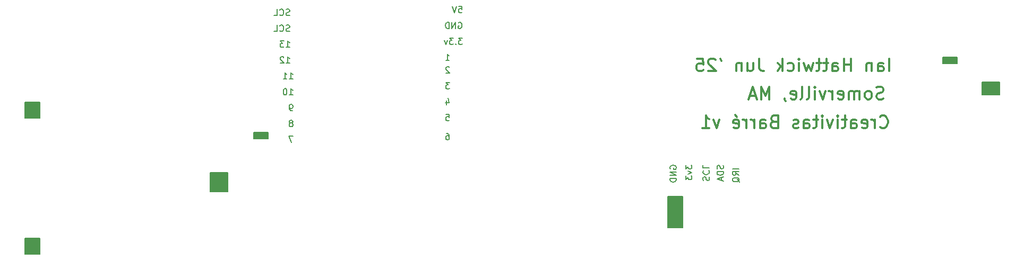
<source format=gbo>
G04 #@! TF.GenerationSoftware,KiCad,Pcbnew,8.0.7*
G04 #@! TF.CreationDate,2025-06-18T10:27:30-04:00*
G04 #@! TF.ProjectId,ESP32_MIDI2CV,45535033-325f-44d4-9944-493243562e6b,rev?*
G04 #@! TF.SameCoordinates,Original*
G04 #@! TF.FileFunction,Legend,Bot*
G04 #@! TF.FilePolarity,Positive*
%FSLAX46Y46*%
G04 Gerber Fmt 4.6, Leading zero omitted, Abs format (unit mm)*
G04 Created by KiCad (PCBNEW 8.0.7) date 2025-06-18 10:27:30*
%MOMM*%
%LPD*%
G01*
G04 APERTURE LIST*
%ADD10C,0.200000*%
%ADD11C,0.150000*%
%ADD12C,0.300000*%
%ADD13R,1.830000X1.930000*%
%ADD14C,2.130000*%
%ADD15R,1.800000X1.800000*%
%ADD16C,1.800000*%
%ADD17R,1.600000X1.600000*%
%ADD18O,1.600000X1.600000*%
%ADD19C,1.600000*%
G04 APERTURE END LIST*
D10*
X60500000Y-110460000D02*
X62897000Y-110460000D01*
X62897000Y-113000000D01*
X60500000Y-113000000D01*
X60500000Y-110460000D01*
G36*
X60500000Y-110460000D02*
G01*
X62897000Y-110460000D01*
X62897000Y-113000000D01*
X60500000Y-113000000D01*
X60500000Y-110460000D01*
G37*
X213103000Y-85460000D02*
X215897000Y-85460000D01*
X215897000Y-87500000D01*
X213103000Y-87500000D01*
X213103000Y-85460000D01*
G36*
X213103000Y-85460000D02*
G01*
X215897000Y-85460000D01*
X215897000Y-87500000D01*
X213103000Y-87500000D01*
X213103000Y-85460000D01*
G37*
X90000000Y-99980000D02*
X92794000Y-99980000D01*
X92794000Y-103020000D01*
X90000000Y-103020000D01*
X90000000Y-99980000D01*
G36*
X90000000Y-99980000D02*
G01*
X92794000Y-99980000D01*
X92794000Y-103020000D01*
X90000000Y-103020000D01*
X90000000Y-99980000D01*
G37*
X97000000Y-93480000D02*
X99294000Y-93480000D01*
X99294000Y-94520000D01*
X97000000Y-94520000D01*
X97000000Y-93480000D01*
G36*
X97000000Y-93480000D02*
G01*
X99294000Y-93480000D01*
X99294000Y-94520000D01*
X97000000Y-94520000D01*
X97000000Y-93480000D01*
G37*
X163000000Y-103730000D02*
X165397000Y-103730000D01*
X165397000Y-108770000D01*
X163000000Y-108770000D01*
X163000000Y-103730000D01*
G36*
X163000000Y-103730000D02*
G01*
X165397000Y-103730000D01*
X165397000Y-108770000D01*
X163000000Y-108770000D01*
X163000000Y-103730000D01*
G37*
X206853000Y-81500000D02*
X209147000Y-81500000D01*
X209147000Y-82540000D01*
X206853000Y-82540000D01*
X206853000Y-81500000D01*
G36*
X206853000Y-81500000D02*
G01*
X209147000Y-81500000D01*
X209147000Y-82540000D01*
X206853000Y-82540000D01*
X206853000Y-81500000D01*
G37*
X60500000Y-88730000D02*
X62897000Y-88730000D01*
X62897000Y-91270000D01*
X60500000Y-91270000D01*
X60500000Y-88730000D01*
G36*
X60500000Y-88730000D02*
G01*
X62897000Y-88730000D01*
X62897000Y-91270000D01*
X60500000Y-91270000D01*
X60500000Y-88730000D01*
G37*
D11*
X165869819Y-98741541D02*
X165869819Y-99360588D01*
X165869819Y-99360588D02*
X166250771Y-99027255D01*
X166250771Y-99027255D02*
X166250771Y-99170112D01*
X166250771Y-99170112D02*
X166298390Y-99265350D01*
X166298390Y-99265350D02*
X166346009Y-99312969D01*
X166346009Y-99312969D02*
X166441247Y-99360588D01*
X166441247Y-99360588D02*
X166679342Y-99360588D01*
X166679342Y-99360588D02*
X166774580Y-99312969D01*
X166774580Y-99312969D02*
X166822200Y-99265350D01*
X166822200Y-99265350D02*
X166869819Y-99170112D01*
X166869819Y-99170112D02*
X166869819Y-98884398D01*
X166869819Y-98884398D02*
X166822200Y-98789160D01*
X166822200Y-98789160D02*
X166774580Y-98741541D01*
X166203152Y-99693922D02*
X166869819Y-99932017D01*
X166869819Y-99932017D02*
X166203152Y-100170112D01*
X165869819Y-100455827D02*
X165869819Y-101074874D01*
X165869819Y-101074874D02*
X166250771Y-100741541D01*
X166250771Y-100741541D02*
X166250771Y-100884398D01*
X166250771Y-100884398D02*
X166298390Y-100979636D01*
X166298390Y-100979636D02*
X166346009Y-101027255D01*
X166346009Y-101027255D02*
X166441247Y-101074874D01*
X166441247Y-101074874D02*
X166679342Y-101074874D01*
X166679342Y-101074874D02*
X166774580Y-101027255D01*
X166774580Y-101027255D02*
X166822200Y-100979636D01*
X166822200Y-100979636D02*
X166869819Y-100884398D01*
X166869819Y-100884398D02*
X166869819Y-100598684D01*
X166869819Y-100598684D02*
X166822200Y-100503446D01*
X166822200Y-100503446D02*
X166774580Y-100455827D01*
X128178839Y-83117057D02*
X128131220Y-83069438D01*
X128131220Y-83069438D02*
X128035982Y-83021819D01*
X128035982Y-83021819D02*
X127797887Y-83021819D01*
X127797887Y-83021819D02*
X127702649Y-83069438D01*
X127702649Y-83069438D02*
X127655030Y-83117057D01*
X127655030Y-83117057D02*
X127607411Y-83212295D01*
X127607411Y-83212295D02*
X127607411Y-83307533D01*
X127607411Y-83307533D02*
X127655030Y-83450390D01*
X127655030Y-83450390D02*
X128226458Y-84021819D01*
X128226458Y-84021819D02*
X127607411Y-84021819D01*
D12*
X198326441Y-83739638D02*
X198326441Y-81739638D01*
X196516917Y-83739638D02*
X196516917Y-82692019D01*
X196516917Y-82692019D02*
X196612155Y-82501542D01*
X196612155Y-82501542D02*
X196802631Y-82406304D01*
X196802631Y-82406304D02*
X197183584Y-82406304D01*
X197183584Y-82406304D02*
X197374060Y-82501542D01*
X196516917Y-83644400D02*
X196707393Y-83739638D01*
X196707393Y-83739638D02*
X197183584Y-83739638D01*
X197183584Y-83739638D02*
X197374060Y-83644400D01*
X197374060Y-83644400D02*
X197469298Y-83453923D01*
X197469298Y-83453923D02*
X197469298Y-83263447D01*
X197469298Y-83263447D02*
X197374060Y-83072971D01*
X197374060Y-83072971D02*
X197183584Y-82977733D01*
X197183584Y-82977733D02*
X196707393Y-82977733D01*
X196707393Y-82977733D02*
X196516917Y-82882495D01*
X195564536Y-82406304D02*
X195564536Y-83739638D01*
X195564536Y-82596780D02*
X195469298Y-82501542D01*
X195469298Y-82501542D02*
X195278822Y-82406304D01*
X195278822Y-82406304D02*
X194993107Y-82406304D01*
X194993107Y-82406304D02*
X194802631Y-82501542D01*
X194802631Y-82501542D02*
X194707393Y-82692019D01*
X194707393Y-82692019D02*
X194707393Y-83739638D01*
X192231202Y-83739638D02*
X192231202Y-81739638D01*
X192231202Y-82692019D02*
X191088345Y-82692019D01*
X191088345Y-83739638D02*
X191088345Y-81739638D01*
X189278821Y-83739638D02*
X189278821Y-82692019D01*
X189278821Y-82692019D02*
X189374059Y-82501542D01*
X189374059Y-82501542D02*
X189564535Y-82406304D01*
X189564535Y-82406304D02*
X189945488Y-82406304D01*
X189945488Y-82406304D02*
X190135964Y-82501542D01*
X189278821Y-83644400D02*
X189469297Y-83739638D01*
X189469297Y-83739638D02*
X189945488Y-83739638D01*
X189945488Y-83739638D02*
X190135964Y-83644400D01*
X190135964Y-83644400D02*
X190231202Y-83453923D01*
X190231202Y-83453923D02*
X190231202Y-83263447D01*
X190231202Y-83263447D02*
X190135964Y-83072971D01*
X190135964Y-83072971D02*
X189945488Y-82977733D01*
X189945488Y-82977733D02*
X189469297Y-82977733D01*
X189469297Y-82977733D02*
X189278821Y-82882495D01*
X188612154Y-82406304D02*
X187850250Y-82406304D01*
X188326440Y-81739638D02*
X188326440Y-83453923D01*
X188326440Y-83453923D02*
X188231202Y-83644400D01*
X188231202Y-83644400D02*
X188040726Y-83739638D01*
X188040726Y-83739638D02*
X187850250Y-83739638D01*
X187469297Y-82406304D02*
X186707393Y-82406304D01*
X187183583Y-81739638D02*
X187183583Y-83453923D01*
X187183583Y-83453923D02*
X187088345Y-83644400D01*
X187088345Y-83644400D02*
X186897869Y-83739638D01*
X186897869Y-83739638D02*
X186707393Y-83739638D01*
X186231202Y-82406304D02*
X185850250Y-83739638D01*
X185850250Y-83739638D02*
X185469297Y-82787257D01*
X185469297Y-82787257D02*
X185088345Y-83739638D01*
X185088345Y-83739638D02*
X184707393Y-82406304D01*
X183945488Y-83739638D02*
X183945488Y-82406304D01*
X183945488Y-81739638D02*
X184040726Y-81834876D01*
X184040726Y-81834876D02*
X183945488Y-81930114D01*
X183945488Y-81930114D02*
X183850250Y-81834876D01*
X183850250Y-81834876D02*
X183945488Y-81739638D01*
X183945488Y-81739638D02*
X183945488Y-81930114D01*
X182135964Y-83644400D02*
X182326440Y-83739638D01*
X182326440Y-83739638D02*
X182707393Y-83739638D01*
X182707393Y-83739638D02*
X182897869Y-83644400D01*
X182897869Y-83644400D02*
X182993107Y-83549161D01*
X182993107Y-83549161D02*
X183088345Y-83358685D01*
X183088345Y-83358685D02*
X183088345Y-82787257D01*
X183088345Y-82787257D02*
X182993107Y-82596780D01*
X182993107Y-82596780D02*
X182897869Y-82501542D01*
X182897869Y-82501542D02*
X182707393Y-82406304D01*
X182707393Y-82406304D02*
X182326440Y-82406304D01*
X182326440Y-82406304D02*
X182135964Y-82501542D01*
X181278821Y-83739638D02*
X181278821Y-81739638D01*
X181088345Y-82977733D02*
X180516916Y-83739638D01*
X180516916Y-82406304D02*
X181278821Y-83168209D01*
X177564534Y-81739638D02*
X177564534Y-83168209D01*
X177564534Y-83168209D02*
X177659773Y-83453923D01*
X177659773Y-83453923D02*
X177850249Y-83644400D01*
X177850249Y-83644400D02*
X178135963Y-83739638D01*
X178135963Y-83739638D02*
X178326439Y-83739638D01*
X175755010Y-82406304D02*
X175755010Y-83739638D01*
X176612153Y-82406304D02*
X176612153Y-83453923D01*
X176612153Y-83453923D02*
X176516915Y-83644400D01*
X176516915Y-83644400D02*
X176326439Y-83739638D01*
X176326439Y-83739638D02*
X176040724Y-83739638D01*
X176040724Y-83739638D02*
X175850248Y-83644400D01*
X175850248Y-83644400D02*
X175755010Y-83549161D01*
X174802629Y-82406304D02*
X174802629Y-83739638D01*
X174802629Y-82596780D02*
X174707391Y-82501542D01*
X174707391Y-82501542D02*
X174516915Y-82406304D01*
X174516915Y-82406304D02*
X174231200Y-82406304D01*
X174231200Y-82406304D02*
X174040724Y-82501542D01*
X174040724Y-82501542D02*
X173945486Y-82692019D01*
X173945486Y-82692019D02*
X173945486Y-83739638D01*
X171374057Y-81739638D02*
X171564533Y-82120590D01*
X170612152Y-81930114D02*
X170516914Y-81834876D01*
X170516914Y-81834876D02*
X170326438Y-81739638D01*
X170326438Y-81739638D02*
X169850247Y-81739638D01*
X169850247Y-81739638D02*
X169659771Y-81834876D01*
X169659771Y-81834876D02*
X169564533Y-81930114D01*
X169564533Y-81930114D02*
X169469295Y-82120590D01*
X169469295Y-82120590D02*
X169469295Y-82311066D01*
X169469295Y-82311066D02*
X169564533Y-82596780D01*
X169564533Y-82596780D02*
X170707390Y-83739638D01*
X170707390Y-83739638D02*
X169469295Y-83739638D01*
X167659771Y-81739638D02*
X168612152Y-81739638D01*
X168612152Y-81739638D02*
X168707390Y-82692019D01*
X168707390Y-82692019D02*
X168612152Y-82596780D01*
X168612152Y-82596780D02*
X168421676Y-82501542D01*
X168421676Y-82501542D02*
X167945485Y-82501542D01*
X167945485Y-82501542D02*
X167755009Y-82596780D01*
X167755009Y-82596780D02*
X167659771Y-82692019D01*
X167659771Y-82692019D02*
X167564533Y-82882495D01*
X167564533Y-82882495D02*
X167564533Y-83358685D01*
X167564533Y-83358685D02*
X167659771Y-83549161D01*
X167659771Y-83549161D02*
X167755009Y-83644400D01*
X167755009Y-83644400D02*
X167945485Y-83739638D01*
X167945485Y-83739638D02*
X168421676Y-83739638D01*
X168421676Y-83739638D02*
X168612152Y-83644400D01*
X168612152Y-83644400D02*
X168707390Y-83549161D01*
D11*
X102710839Y-77322200D02*
X102567982Y-77369819D01*
X102567982Y-77369819D02*
X102329887Y-77369819D01*
X102329887Y-77369819D02*
X102234649Y-77322200D01*
X102234649Y-77322200D02*
X102187030Y-77274580D01*
X102187030Y-77274580D02*
X102139411Y-77179342D01*
X102139411Y-77179342D02*
X102139411Y-77084104D01*
X102139411Y-77084104D02*
X102187030Y-76988866D01*
X102187030Y-76988866D02*
X102234649Y-76941247D01*
X102234649Y-76941247D02*
X102329887Y-76893628D01*
X102329887Y-76893628D02*
X102520363Y-76846009D01*
X102520363Y-76846009D02*
X102615601Y-76798390D01*
X102615601Y-76798390D02*
X102663220Y-76750771D01*
X102663220Y-76750771D02*
X102710839Y-76655533D01*
X102710839Y-76655533D02*
X102710839Y-76560295D01*
X102710839Y-76560295D02*
X102663220Y-76465057D01*
X102663220Y-76465057D02*
X102615601Y-76417438D01*
X102615601Y-76417438D02*
X102520363Y-76369819D01*
X102520363Y-76369819D02*
X102282268Y-76369819D01*
X102282268Y-76369819D02*
X102139411Y-76417438D01*
X101139411Y-77274580D02*
X101187030Y-77322200D01*
X101187030Y-77322200D02*
X101329887Y-77369819D01*
X101329887Y-77369819D02*
X101425125Y-77369819D01*
X101425125Y-77369819D02*
X101567982Y-77322200D01*
X101567982Y-77322200D02*
X101663220Y-77226961D01*
X101663220Y-77226961D02*
X101710839Y-77131723D01*
X101710839Y-77131723D02*
X101758458Y-76941247D01*
X101758458Y-76941247D02*
X101758458Y-76798390D01*
X101758458Y-76798390D02*
X101710839Y-76607914D01*
X101710839Y-76607914D02*
X101663220Y-76512676D01*
X101663220Y-76512676D02*
X101567982Y-76417438D01*
X101567982Y-76417438D02*
X101425125Y-76369819D01*
X101425125Y-76369819D02*
X101329887Y-76369819D01*
X101329887Y-76369819D02*
X101187030Y-76417438D01*
X101187030Y-76417438D02*
X101139411Y-76465057D01*
X100234649Y-77369819D02*
X100710839Y-77369819D01*
X100710839Y-77369819D02*
X100710839Y-76369819D01*
X127702649Y-88435152D02*
X127702649Y-89101819D01*
X127940744Y-88054200D02*
X128178839Y-88768485D01*
X128178839Y-88768485D02*
X127559792Y-88768485D01*
D12*
X197421679Y-88144400D02*
X197135965Y-88239638D01*
X197135965Y-88239638D02*
X196659774Y-88239638D01*
X196659774Y-88239638D02*
X196469298Y-88144400D01*
X196469298Y-88144400D02*
X196374060Y-88049161D01*
X196374060Y-88049161D02*
X196278822Y-87858685D01*
X196278822Y-87858685D02*
X196278822Y-87668209D01*
X196278822Y-87668209D02*
X196374060Y-87477733D01*
X196374060Y-87477733D02*
X196469298Y-87382495D01*
X196469298Y-87382495D02*
X196659774Y-87287257D01*
X196659774Y-87287257D02*
X197040727Y-87192019D01*
X197040727Y-87192019D02*
X197231203Y-87096780D01*
X197231203Y-87096780D02*
X197326441Y-87001542D01*
X197326441Y-87001542D02*
X197421679Y-86811066D01*
X197421679Y-86811066D02*
X197421679Y-86620590D01*
X197421679Y-86620590D02*
X197326441Y-86430114D01*
X197326441Y-86430114D02*
X197231203Y-86334876D01*
X197231203Y-86334876D02*
X197040727Y-86239638D01*
X197040727Y-86239638D02*
X196564536Y-86239638D01*
X196564536Y-86239638D02*
X196278822Y-86334876D01*
X195135965Y-88239638D02*
X195326441Y-88144400D01*
X195326441Y-88144400D02*
X195421679Y-88049161D01*
X195421679Y-88049161D02*
X195516917Y-87858685D01*
X195516917Y-87858685D02*
X195516917Y-87287257D01*
X195516917Y-87287257D02*
X195421679Y-87096780D01*
X195421679Y-87096780D02*
X195326441Y-87001542D01*
X195326441Y-87001542D02*
X195135965Y-86906304D01*
X195135965Y-86906304D02*
X194850250Y-86906304D01*
X194850250Y-86906304D02*
X194659774Y-87001542D01*
X194659774Y-87001542D02*
X194564536Y-87096780D01*
X194564536Y-87096780D02*
X194469298Y-87287257D01*
X194469298Y-87287257D02*
X194469298Y-87858685D01*
X194469298Y-87858685D02*
X194564536Y-88049161D01*
X194564536Y-88049161D02*
X194659774Y-88144400D01*
X194659774Y-88144400D02*
X194850250Y-88239638D01*
X194850250Y-88239638D02*
X195135965Y-88239638D01*
X193612155Y-88239638D02*
X193612155Y-86906304D01*
X193612155Y-87096780D02*
X193516917Y-87001542D01*
X193516917Y-87001542D02*
X193326441Y-86906304D01*
X193326441Y-86906304D02*
X193040726Y-86906304D01*
X193040726Y-86906304D02*
X192850250Y-87001542D01*
X192850250Y-87001542D02*
X192755012Y-87192019D01*
X192755012Y-87192019D02*
X192755012Y-88239638D01*
X192755012Y-87192019D02*
X192659774Y-87001542D01*
X192659774Y-87001542D02*
X192469298Y-86906304D01*
X192469298Y-86906304D02*
X192183584Y-86906304D01*
X192183584Y-86906304D02*
X191993107Y-87001542D01*
X191993107Y-87001542D02*
X191897869Y-87192019D01*
X191897869Y-87192019D02*
X191897869Y-88239638D01*
X190183583Y-88144400D02*
X190374059Y-88239638D01*
X190374059Y-88239638D02*
X190755012Y-88239638D01*
X190755012Y-88239638D02*
X190945488Y-88144400D01*
X190945488Y-88144400D02*
X191040726Y-87953923D01*
X191040726Y-87953923D02*
X191040726Y-87192019D01*
X191040726Y-87192019D02*
X190945488Y-87001542D01*
X190945488Y-87001542D02*
X190755012Y-86906304D01*
X190755012Y-86906304D02*
X190374059Y-86906304D01*
X190374059Y-86906304D02*
X190183583Y-87001542D01*
X190183583Y-87001542D02*
X190088345Y-87192019D01*
X190088345Y-87192019D02*
X190088345Y-87382495D01*
X190088345Y-87382495D02*
X191040726Y-87572971D01*
X189231202Y-88239638D02*
X189231202Y-86906304D01*
X189231202Y-87287257D02*
X189135964Y-87096780D01*
X189135964Y-87096780D02*
X189040726Y-87001542D01*
X189040726Y-87001542D02*
X188850250Y-86906304D01*
X188850250Y-86906304D02*
X188659773Y-86906304D01*
X188183583Y-86906304D02*
X187707393Y-88239638D01*
X187707393Y-88239638D02*
X187231202Y-86906304D01*
X186469297Y-88239638D02*
X186469297Y-86906304D01*
X186469297Y-86239638D02*
X186564535Y-86334876D01*
X186564535Y-86334876D02*
X186469297Y-86430114D01*
X186469297Y-86430114D02*
X186374059Y-86334876D01*
X186374059Y-86334876D02*
X186469297Y-86239638D01*
X186469297Y-86239638D02*
X186469297Y-86430114D01*
X185231202Y-88239638D02*
X185421678Y-88144400D01*
X185421678Y-88144400D02*
X185516916Y-87953923D01*
X185516916Y-87953923D02*
X185516916Y-86239638D01*
X184183583Y-88239638D02*
X184374059Y-88144400D01*
X184374059Y-88144400D02*
X184469297Y-87953923D01*
X184469297Y-87953923D02*
X184469297Y-86239638D01*
X182659773Y-88144400D02*
X182850249Y-88239638D01*
X182850249Y-88239638D02*
X183231202Y-88239638D01*
X183231202Y-88239638D02*
X183421678Y-88144400D01*
X183421678Y-88144400D02*
X183516916Y-87953923D01*
X183516916Y-87953923D02*
X183516916Y-87192019D01*
X183516916Y-87192019D02*
X183421678Y-87001542D01*
X183421678Y-87001542D02*
X183231202Y-86906304D01*
X183231202Y-86906304D02*
X182850249Y-86906304D01*
X182850249Y-86906304D02*
X182659773Y-87001542D01*
X182659773Y-87001542D02*
X182564535Y-87192019D01*
X182564535Y-87192019D02*
X182564535Y-87382495D01*
X182564535Y-87382495D02*
X183516916Y-87572971D01*
X181612154Y-88144400D02*
X181612154Y-88239638D01*
X181612154Y-88239638D02*
X181707392Y-88430114D01*
X181707392Y-88430114D02*
X181802630Y-88525352D01*
X179231201Y-88239638D02*
X179231201Y-86239638D01*
X179231201Y-86239638D02*
X178564534Y-87668209D01*
X178564534Y-87668209D02*
X177897868Y-86239638D01*
X177897868Y-86239638D02*
X177897868Y-88239638D01*
X177040725Y-87668209D02*
X176088344Y-87668209D01*
X177231201Y-88239638D02*
X176564535Y-86239638D01*
X176564535Y-86239638D02*
X175897868Y-88239638D01*
D11*
X174369819Y-99336779D02*
X173369819Y-99336779D01*
X174369819Y-100384397D02*
X173893628Y-100051064D01*
X174369819Y-99812969D02*
X173369819Y-99812969D01*
X173369819Y-99812969D02*
X173369819Y-100193921D01*
X173369819Y-100193921D02*
X173417438Y-100289159D01*
X173417438Y-100289159D02*
X173465057Y-100336778D01*
X173465057Y-100336778D02*
X173560295Y-100384397D01*
X173560295Y-100384397D02*
X173703152Y-100384397D01*
X173703152Y-100384397D02*
X173798390Y-100336778D01*
X173798390Y-100336778D02*
X173846009Y-100289159D01*
X173846009Y-100289159D02*
X173893628Y-100193921D01*
X173893628Y-100193921D02*
X173893628Y-99812969D01*
X174465057Y-101479635D02*
X174417438Y-101384397D01*
X174417438Y-101384397D02*
X174322200Y-101289159D01*
X174322200Y-101289159D02*
X174179342Y-101146302D01*
X174179342Y-101146302D02*
X174131723Y-101051064D01*
X174131723Y-101051064D02*
X174131723Y-100955826D01*
X174369819Y-101003445D02*
X174322200Y-100908207D01*
X174322200Y-100908207D02*
X174226961Y-100812969D01*
X174226961Y-100812969D02*
X174036485Y-100765350D01*
X174036485Y-100765350D02*
X173703152Y-100765350D01*
X173703152Y-100765350D02*
X173512676Y-100812969D01*
X173512676Y-100812969D02*
X173417438Y-100908207D01*
X173417438Y-100908207D02*
X173369819Y-101003445D01*
X173369819Y-101003445D02*
X173369819Y-101193921D01*
X173369819Y-101193921D02*
X173417438Y-101289159D01*
X173417438Y-101289159D02*
X173512676Y-101384397D01*
X173512676Y-101384397D02*
X173703152Y-101432016D01*
X173703152Y-101432016D02*
X174036485Y-101432016D01*
X174036485Y-101432016D02*
X174226961Y-101384397D01*
X174226961Y-101384397D02*
X174322200Y-101289159D01*
X174322200Y-101289159D02*
X174369819Y-101193921D01*
X174369819Y-101193921D02*
X174369819Y-101003445D01*
X128226458Y-85561819D02*
X127607411Y-85561819D01*
X127607411Y-85561819D02*
X127940744Y-85942771D01*
X127940744Y-85942771D02*
X127797887Y-85942771D01*
X127797887Y-85942771D02*
X127702649Y-85990390D01*
X127702649Y-85990390D02*
X127655030Y-86038009D01*
X127655030Y-86038009D02*
X127607411Y-86133247D01*
X127607411Y-86133247D02*
X127607411Y-86371342D01*
X127607411Y-86371342D02*
X127655030Y-86466580D01*
X127655030Y-86466580D02*
X127702649Y-86514200D01*
X127702649Y-86514200D02*
X127797887Y-86561819D01*
X127797887Y-86561819D02*
X128083601Y-86561819D01*
X128083601Y-86561819D02*
X128178839Y-86514200D01*
X128178839Y-86514200D02*
X128226458Y-86466580D01*
X129687030Y-73369819D02*
X130163220Y-73369819D01*
X130163220Y-73369819D02*
X130210839Y-73846009D01*
X130210839Y-73846009D02*
X130163220Y-73798390D01*
X130163220Y-73798390D02*
X130067982Y-73750771D01*
X130067982Y-73750771D02*
X129829887Y-73750771D01*
X129829887Y-73750771D02*
X129734649Y-73798390D01*
X129734649Y-73798390D02*
X129687030Y-73846009D01*
X129687030Y-73846009D02*
X129639411Y-73941247D01*
X129639411Y-73941247D02*
X129639411Y-74179342D01*
X129639411Y-74179342D02*
X129687030Y-74274580D01*
X129687030Y-74274580D02*
X129734649Y-74322200D01*
X129734649Y-74322200D02*
X129829887Y-74369819D01*
X129829887Y-74369819D02*
X130067982Y-74369819D01*
X130067982Y-74369819D02*
X130163220Y-74322200D01*
X130163220Y-74322200D02*
X130210839Y-74274580D01*
X129353696Y-73369819D02*
X129020363Y-74369819D01*
X129020363Y-74369819D02*
X128687030Y-73369819D01*
X102139411Y-82449819D02*
X102710839Y-82449819D01*
X102425125Y-82449819D02*
X102425125Y-81449819D01*
X102425125Y-81449819D02*
X102520363Y-81592676D01*
X102520363Y-81592676D02*
X102615601Y-81687914D01*
X102615601Y-81687914D02*
X102710839Y-81735533D01*
X101758458Y-81545057D02*
X101710839Y-81497438D01*
X101710839Y-81497438D02*
X101615601Y-81449819D01*
X101615601Y-81449819D02*
X101377506Y-81449819D01*
X101377506Y-81449819D02*
X101282268Y-81497438D01*
X101282268Y-81497438D02*
X101234649Y-81545057D01*
X101234649Y-81545057D02*
X101187030Y-81640295D01*
X101187030Y-81640295D02*
X101187030Y-81735533D01*
X101187030Y-81735533D02*
X101234649Y-81878390D01*
X101234649Y-81878390D02*
X101806077Y-82449819D01*
X101806077Y-82449819D02*
X101187030Y-82449819D01*
X102647411Y-84989819D02*
X103218839Y-84989819D01*
X102933125Y-84989819D02*
X102933125Y-83989819D01*
X102933125Y-83989819D02*
X103028363Y-84132676D01*
X103028363Y-84132676D02*
X103123601Y-84227914D01*
X103123601Y-84227914D02*
X103218839Y-84275533D01*
X101695030Y-84989819D02*
X102266458Y-84989819D01*
X101980744Y-84989819D02*
X101980744Y-83989819D01*
X101980744Y-83989819D02*
X102075982Y-84132676D01*
X102075982Y-84132676D02*
X102171220Y-84227914D01*
X102171220Y-84227914D02*
X102266458Y-84275533D01*
X129639411Y-75957438D02*
X129734649Y-75909819D01*
X129734649Y-75909819D02*
X129877506Y-75909819D01*
X129877506Y-75909819D02*
X130020363Y-75957438D01*
X130020363Y-75957438D02*
X130115601Y-76052676D01*
X130115601Y-76052676D02*
X130163220Y-76147914D01*
X130163220Y-76147914D02*
X130210839Y-76338390D01*
X130210839Y-76338390D02*
X130210839Y-76481247D01*
X130210839Y-76481247D02*
X130163220Y-76671723D01*
X130163220Y-76671723D02*
X130115601Y-76766961D01*
X130115601Y-76766961D02*
X130020363Y-76862200D01*
X130020363Y-76862200D02*
X129877506Y-76909819D01*
X129877506Y-76909819D02*
X129782268Y-76909819D01*
X129782268Y-76909819D02*
X129639411Y-76862200D01*
X129639411Y-76862200D02*
X129591792Y-76814580D01*
X129591792Y-76814580D02*
X129591792Y-76481247D01*
X129591792Y-76481247D02*
X129782268Y-76481247D01*
X129163220Y-76909819D02*
X129163220Y-75909819D01*
X129163220Y-75909819D02*
X128591792Y-76909819D01*
X128591792Y-76909819D02*
X128591792Y-75909819D01*
X128115601Y-76909819D02*
X128115601Y-75909819D01*
X128115601Y-75909819D02*
X127877506Y-75909819D01*
X127877506Y-75909819D02*
X127734649Y-75957438D01*
X127734649Y-75957438D02*
X127639411Y-76052676D01*
X127639411Y-76052676D02*
X127591792Y-76147914D01*
X127591792Y-76147914D02*
X127544173Y-76338390D01*
X127544173Y-76338390D02*
X127544173Y-76481247D01*
X127544173Y-76481247D02*
X127591792Y-76671723D01*
X127591792Y-76671723D02*
X127639411Y-76766961D01*
X127639411Y-76766961D02*
X127734649Y-76862200D01*
X127734649Y-76862200D02*
X127877506Y-76909819D01*
X127877506Y-76909819D02*
X128115601Y-76909819D01*
X102139411Y-79909819D02*
X102710839Y-79909819D01*
X102425125Y-79909819D02*
X102425125Y-78909819D01*
X102425125Y-78909819D02*
X102520363Y-79052676D01*
X102520363Y-79052676D02*
X102615601Y-79147914D01*
X102615601Y-79147914D02*
X102710839Y-79195533D01*
X101806077Y-78909819D02*
X101187030Y-78909819D01*
X101187030Y-78909819D02*
X101520363Y-79290771D01*
X101520363Y-79290771D02*
X101377506Y-79290771D01*
X101377506Y-79290771D02*
X101282268Y-79338390D01*
X101282268Y-79338390D02*
X101234649Y-79386009D01*
X101234649Y-79386009D02*
X101187030Y-79481247D01*
X101187030Y-79481247D02*
X101187030Y-79719342D01*
X101187030Y-79719342D02*
X101234649Y-79814580D01*
X101234649Y-79814580D02*
X101282268Y-79862200D01*
X101282268Y-79862200D02*
X101377506Y-79909819D01*
X101377506Y-79909819D02*
X101663220Y-79909819D01*
X101663220Y-79909819D02*
X101758458Y-79862200D01*
X101758458Y-79862200D02*
X101806077Y-79814580D01*
X130258458Y-78449819D02*
X129639411Y-78449819D01*
X129639411Y-78449819D02*
X129972744Y-78830771D01*
X129972744Y-78830771D02*
X129829887Y-78830771D01*
X129829887Y-78830771D02*
X129734649Y-78878390D01*
X129734649Y-78878390D02*
X129687030Y-78926009D01*
X129687030Y-78926009D02*
X129639411Y-79021247D01*
X129639411Y-79021247D02*
X129639411Y-79259342D01*
X129639411Y-79259342D02*
X129687030Y-79354580D01*
X129687030Y-79354580D02*
X129734649Y-79402200D01*
X129734649Y-79402200D02*
X129829887Y-79449819D01*
X129829887Y-79449819D02*
X130115601Y-79449819D01*
X130115601Y-79449819D02*
X130210839Y-79402200D01*
X130210839Y-79402200D02*
X130258458Y-79354580D01*
X129210839Y-79354580D02*
X129163220Y-79402200D01*
X129163220Y-79402200D02*
X129210839Y-79449819D01*
X129210839Y-79449819D02*
X129258458Y-79402200D01*
X129258458Y-79402200D02*
X129210839Y-79354580D01*
X129210839Y-79354580D02*
X129210839Y-79449819D01*
X128829887Y-78449819D02*
X128210840Y-78449819D01*
X128210840Y-78449819D02*
X128544173Y-78830771D01*
X128544173Y-78830771D02*
X128401316Y-78830771D01*
X128401316Y-78830771D02*
X128306078Y-78878390D01*
X128306078Y-78878390D02*
X128258459Y-78926009D01*
X128258459Y-78926009D02*
X128210840Y-79021247D01*
X128210840Y-79021247D02*
X128210840Y-79259342D01*
X128210840Y-79259342D02*
X128258459Y-79354580D01*
X128258459Y-79354580D02*
X128306078Y-79402200D01*
X128306078Y-79402200D02*
X128401316Y-79449819D01*
X128401316Y-79449819D02*
X128687030Y-79449819D01*
X128687030Y-79449819D02*
X128782268Y-79402200D01*
X128782268Y-79402200D02*
X128829887Y-79354580D01*
X127877506Y-78783152D02*
X127639411Y-79449819D01*
X127639411Y-79449819D02*
X127401316Y-78783152D01*
X163417438Y-99360588D02*
X163369819Y-99265350D01*
X163369819Y-99265350D02*
X163369819Y-99122493D01*
X163369819Y-99122493D02*
X163417438Y-98979636D01*
X163417438Y-98979636D02*
X163512676Y-98884398D01*
X163512676Y-98884398D02*
X163607914Y-98836779D01*
X163607914Y-98836779D02*
X163798390Y-98789160D01*
X163798390Y-98789160D02*
X163941247Y-98789160D01*
X163941247Y-98789160D02*
X164131723Y-98836779D01*
X164131723Y-98836779D02*
X164226961Y-98884398D01*
X164226961Y-98884398D02*
X164322200Y-98979636D01*
X164322200Y-98979636D02*
X164369819Y-99122493D01*
X164369819Y-99122493D02*
X164369819Y-99217731D01*
X164369819Y-99217731D02*
X164322200Y-99360588D01*
X164322200Y-99360588D02*
X164274580Y-99408207D01*
X164274580Y-99408207D02*
X163941247Y-99408207D01*
X163941247Y-99408207D02*
X163941247Y-99217731D01*
X164369819Y-99836779D02*
X163369819Y-99836779D01*
X163369819Y-99836779D02*
X164369819Y-100408207D01*
X164369819Y-100408207D02*
X163369819Y-100408207D01*
X164369819Y-100884398D02*
X163369819Y-100884398D01*
X163369819Y-100884398D02*
X163369819Y-101122493D01*
X163369819Y-101122493D02*
X163417438Y-101265350D01*
X163417438Y-101265350D02*
X163512676Y-101360588D01*
X163512676Y-101360588D02*
X163607914Y-101408207D01*
X163607914Y-101408207D02*
X163798390Y-101455826D01*
X163798390Y-101455826D02*
X163941247Y-101455826D01*
X163941247Y-101455826D02*
X164131723Y-101408207D01*
X164131723Y-101408207D02*
X164226961Y-101360588D01*
X164226961Y-101360588D02*
X164322200Y-101265350D01*
X164322200Y-101265350D02*
X164369819Y-101122493D01*
X164369819Y-101122493D02*
X164369819Y-100884398D01*
X102710839Y-74782200D02*
X102567982Y-74829819D01*
X102567982Y-74829819D02*
X102329887Y-74829819D01*
X102329887Y-74829819D02*
X102234649Y-74782200D01*
X102234649Y-74782200D02*
X102187030Y-74734580D01*
X102187030Y-74734580D02*
X102139411Y-74639342D01*
X102139411Y-74639342D02*
X102139411Y-74544104D01*
X102139411Y-74544104D02*
X102187030Y-74448866D01*
X102187030Y-74448866D02*
X102234649Y-74401247D01*
X102234649Y-74401247D02*
X102329887Y-74353628D01*
X102329887Y-74353628D02*
X102520363Y-74306009D01*
X102520363Y-74306009D02*
X102615601Y-74258390D01*
X102615601Y-74258390D02*
X102663220Y-74210771D01*
X102663220Y-74210771D02*
X102710839Y-74115533D01*
X102710839Y-74115533D02*
X102710839Y-74020295D01*
X102710839Y-74020295D02*
X102663220Y-73925057D01*
X102663220Y-73925057D02*
X102615601Y-73877438D01*
X102615601Y-73877438D02*
X102520363Y-73829819D01*
X102520363Y-73829819D02*
X102282268Y-73829819D01*
X102282268Y-73829819D02*
X102139411Y-73877438D01*
X101139411Y-74734580D02*
X101187030Y-74782200D01*
X101187030Y-74782200D02*
X101329887Y-74829819D01*
X101329887Y-74829819D02*
X101425125Y-74829819D01*
X101425125Y-74829819D02*
X101567982Y-74782200D01*
X101567982Y-74782200D02*
X101663220Y-74686961D01*
X101663220Y-74686961D02*
X101710839Y-74591723D01*
X101710839Y-74591723D02*
X101758458Y-74401247D01*
X101758458Y-74401247D02*
X101758458Y-74258390D01*
X101758458Y-74258390D02*
X101710839Y-74067914D01*
X101710839Y-74067914D02*
X101663220Y-73972676D01*
X101663220Y-73972676D02*
X101567982Y-73877438D01*
X101567982Y-73877438D02*
X101425125Y-73829819D01*
X101425125Y-73829819D02*
X101329887Y-73829819D01*
X101329887Y-73829819D02*
X101187030Y-73877438D01*
X101187030Y-73877438D02*
X101139411Y-73925057D01*
X100234649Y-74829819D02*
X100710839Y-74829819D01*
X100710839Y-74829819D02*
X100710839Y-73829819D01*
D12*
X196883584Y-92649161D02*
X196978822Y-92744400D01*
X196978822Y-92744400D02*
X197264536Y-92839638D01*
X197264536Y-92839638D02*
X197455012Y-92839638D01*
X197455012Y-92839638D02*
X197740727Y-92744400D01*
X197740727Y-92744400D02*
X197931203Y-92553923D01*
X197931203Y-92553923D02*
X198026441Y-92363447D01*
X198026441Y-92363447D02*
X198121679Y-91982495D01*
X198121679Y-91982495D02*
X198121679Y-91696780D01*
X198121679Y-91696780D02*
X198026441Y-91315828D01*
X198026441Y-91315828D02*
X197931203Y-91125352D01*
X197931203Y-91125352D02*
X197740727Y-90934876D01*
X197740727Y-90934876D02*
X197455012Y-90839638D01*
X197455012Y-90839638D02*
X197264536Y-90839638D01*
X197264536Y-90839638D02*
X196978822Y-90934876D01*
X196978822Y-90934876D02*
X196883584Y-91030114D01*
X196026441Y-92839638D02*
X196026441Y-91506304D01*
X196026441Y-91887257D02*
X195931203Y-91696780D01*
X195931203Y-91696780D02*
X195835965Y-91601542D01*
X195835965Y-91601542D02*
X195645489Y-91506304D01*
X195645489Y-91506304D02*
X195455012Y-91506304D01*
X194026441Y-92744400D02*
X194216917Y-92839638D01*
X194216917Y-92839638D02*
X194597870Y-92839638D01*
X194597870Y-92839638D02*
X194788346Y-92744400D01*
X194788346Y-92744400D02*
X194883584Y-92553923D01*
X194883584Y-92553923D02*
X194883584Y-91792019D01*
X194883584Y-91792019D02*
X194788346Y-91601542D01*
X194788346Y-91601542D02*
X194597870Y-91506304D01*
X194597870Y-91506304D02*
X194216917Y-91506304D01*
X194216917Y-91506304D02*
X194026441Y-91601542D01*
X194026441Y-91601542D02*
X193931203Y-91792019D01*
X193931203Y-91792019D02*
X193931203Y-91982495D01*
X193931203Y-91982495D02*
X194883584Y-92172971D01*
X192216917Y-92839638D02*
X192216917Y-91792019D01*
X192216917Y-91792019D02*
X192312155Y-91601542D01*
X192312155Y-91601542D02*
X192502631Y-91506304D01*
X192502631Y-91506304D02*
X192883584Y-91506304D01*
X192883584Y-91506304D02*
X193074060Y-91601542D01*
X192216917Y-92744400D02*
X192407393Y-92839638D01*
X192407393Y-92839638D02*
X192883584Y-92839638D01*
X192883584Y-92839638D02*
X193074060Y-92744400D01*
X193074060Y-92744400D02*
X193169298Y-92553923D01*
X193169298Y-92553923D02*
X193169298Y-92363447D01*
X193169298Y-92363447D02*
X193074060Y-92172971D01*
X193074060Y-92172971D02*
X192883584Y-92077733D01*
X192883584Y-92077733D02*
X192407393Y-92077733D01*
X192407393Y-92077733D02*
X192216917Y-91982495D01*
X191550250Y-91506304D02*
X190788346Y-91506304D01*
X191264536Y-90839638D02*
X191264536Y-92553923D01*
X191264536Y-92553923D02*
X191169298Y-92744400D01*
X191169298Y-92744400D02*
X190978822Y-92839638D01*
X190978822Y-92839638D02*
X190788346Y-92839638D01*
X190121679Y-92839638D02*
X190121679Y-91506304D01*
X190121679Y-90839638D02*
X190216917Y-90934876D01*
X190216917Y-90934876D02*
X190121679Y-91030114D01*
X190121679Y-91030114D02*
X190026441Y-90934876D01*
X190026441Y-90934876D02*
X190121679Y-90839638D01*
X190121679Y-90839638D02*
X190121679Y-91030114D01*
X189359774Y-91506304D02*
X188883584Y-92839638D01*
X188883584Y-92839638D02*
X188407393Y-91506304D01*
X187645488Y-92839638D02*
X187645488Y-91506304D01*
X187645488Y-90839638D02*
X187740726Y-90934876D01*
X187740726Y-90934876D02*
X187645488Y-91030114D01*
X187645488Y-91030114D02*
X187550250Y-90934876D01*
X187550250Y-90934876D02*
X187645488Y-90839638D01*
X187645488Y-90839638D02*
X187645488Y-91030114D01*
X186978821Y-91506304D02*
X186216917Y-91506304D01*
X186693107Y-90839638D02*
X186693107Y-92553923D01*
X186693107Y-92553923D02*
X186597869Y-92744400D01*
X186597869Y-92744400D02*
X186407393Y-92839638D01*
X186407393Y-92839638D02*
X186216917Y-92839638D01*
X184693107Y-92839638D02*
X184693107Y-91792019D01*
X184693107Y-91792019D02*
X184788345Y-91601542D01*
X184788345Y-91601542D02*
X184978821Y-91506304D01*
X184978821Y-91506304D02*
X185359774Y-91506304D01*
X185359774Y-91506304D02*
X185550250Y-91601542D01*
X184693107Y-92744400D02*
X184883583Y-92839638D01*
X184883583Y-92839638D02*
X185359774Y-92839638D01*
X185359774Y-92839638D02*
X185550250Y-92744400D01*
X185550250Y-92744400D02*
X185645488Y-92553923D01*
X185645488Y-92553923D02*
X185645488Y-92363447D01*
X185645488Y-92363447D02*
X185550250Y-92172971D01*
X185550250Y-92172971D02*
X185359774Y-92077733D01*
X185359774Y-92077733D02*
X184883583Y-92077733D01*
X184883583Y-92077733D02*
X184693107Y-91982495D01*
X183835964Y-92744400D02*
X183645488Y-92839638D01*
X183645488Y-92839638D02*
X183264536Y-92839638D01*
X183264536Y-92839638D02*
X183074059Y-92744400D01*
X183074059Y-92744400D02*
X182978821Y-92553923D01*
X182978821Y-92553923D02*
X182978821Y-92458685D01*
X182978821Y-92458685D02*
X183074059Y-92268209D01*
X183074059Y-92268209D02*
X183264536Y-92172971D01*
X183264536Y-92172971D02*
X183550250Y-92172971D01*
X183550250Y-92172971D02*
X183740726Y-92077733D01*
X183740726Y-92077733D02*
X183835964Y-91887257D01*
X183835964Y-91887257D02*
X183835964Y-91792019D01*
X183835964Y-91792019D02*
X183740726Y-91601542D01*
X183740726Y-91601542D02*
X183550250Y-91506304D01*
X183550250Y-91506304D02*
X183264536Y-91506304D01*
X183264536Y-91506304D02*
X183074059Y-91601542D01*
X179931201Y-91792019D02*
X179645487Y-91887257D01*
X179645487Y-91887257D02*
X179550249Y-91982495D01*
X179550249Y-91982495D02*
X179455011Y-92172971D01*
X179455011Y-92172971D02*
X179455011Y-92458685D01*
X179455011Y-92458685D02*
X179550249Y-92649161D01*
X179550249Y-92649161D02*
X179645487Y-92744400D01*
X179645487Y-92744400D02*
X179835963Y-92839638D01*
X179835963Y-92839638D02*
X180597868Y-92839638D01*
X180597868Y-92839638D02*
X180597868Y-90839638D01*
X180597868Y-90839638D02*
X179931201Y-90839638D01*
X179931201Y-90839638D02*
X179740725Y-90934876D01*
X179740725Y-90934876D02*
X179645487Y-91030114D01*
X179645487Y-91030114D02*
X179550249Y-91220590D01*
X179550249Y-91220590D02*
X179550249Y-91411066D01*
X179550249Y-91411066D02*
X179645487Y-91601542D01*
X179645487Y-91601542D02*
X179740725Y-91696780D01*
X179740725Y-91696780D02*
X179931201Y-91792019D01*
X179931201Y-91792019D02*
X180597868Y-91792019D01*
X177740725Y-92839638D02*
X177740725Y-91792019D01*
X177740725Y-91792019D02*
X177835963Y-91601542D01*
X177835963Y-91601542D02*
X178026439Y-91506304D01*
X178026439Y-91506304D02*
X178407392Y-91506304D01*
X178407392Y-91506304D02*
X178597868Y-91601542D01*
X177740725Y-92744400D02*
X177931201Y-92839638D01*
X177931201Y-92839638D02*
X178407392Y-92839638D01*
X178407392Y-92839638D02*
X178597868Y-92744400D01*
X178597868Y-92744400D02*
X178693106Y-92553923D01*
X178693106Y-92553923D02*
X178693106Y-92363447D01*
X178693106Y-92363447D02*
X178597868Y-92172971D01*
X178597868Y-92172971D02*
X178407392Y-92077733D01*
X178407392Y-92077733D02*
X177931201Y-92077733D01*
X177931201Y-92077733D02*
X177740725Y-91982495D01*
X176788344Y-92839638D02*
X176788344Y-91506304D01*
X176788344Y-91887257D02*
X176693106Y-91696780D01*
X176693106Y-91696780D02*
X176597868Y-91601542D01*
X176597868Y-91601542D02*
X176407392Y-91506304D01*
X176407392Y-91506304D02*
X176216915Y-91506304D01*
X175550249Y-92839638D02*
X175550249Y-91506304D01*
X175550249Y-91887257D02*
X175455011Y-91696780D01*
X175455011Y-91696780D02*
X175359773Y-91601542D01*
X175359773Y-91601542D02*
X175169297Y-91506304D01*
X175169297Y-91506304D02*
X174978820Y-91506304D01*
X173550249Y-92744400D02*
X173740725Y-92839638D01*
X173740725Y-92839638D02*
X174121678Y-92839638D01*
X174121678Y-92839638D02*
X174312154Y-92744400D01*
X174312154Y-92744400D02*
X174407392Y-92553923D01*
X174407392Y-92553923D02*
X174407392Y-91792019D01*
X174407392Y-91792019D02*
X174312154Y-91601542D01*
X174312154Y-91601542D02*
X174121678Y-91506304D01*
X174121678Y-91506304D02*
X173740725Y-91506304D01*
X173740725Y-91506304D02*
X173550249Y-91601542D01*
X173550249Y-91601542D02*
X173455011Y-91792019D01*
X173455011Y-91792019D02*
X173455011Y-91982495D01*
X173455011Y-91982495D02*
X174407392Y-92172971D01*
X173740725Y-90744400D02*
X174026440Y-91030114D01*
X171264534Y-91506304D02*
X170788344Y-92839638D01*
X170788344Y-92839638D02*
X170312153Y-91506304D01*
X168502629Y-92839638D02*
X169645486Y-92839638D01*
X169074058Y-92839638D02*
X169074058Y-90839638D01*
X169074058Y-90839638D02*
X169264534Y-91125352D01*
X169264534Y-91125352D02*
X169455010Y-91315828D01*
X169455010Y-91315828D02*
X169645486Y-91411066D01*
D11*
X127607411Y-81989819D02*
X128178839Y-81989819D01*
X127893125Y-81989819D02*
X127893125Y-80989819D01*
X127893125Y-80989819D02*
X127988363Y-81132676D01*
X127988363Y-81132676D02*
X128083601Y-81227914D01*
X128083601Y-81227914D02*
X128178839Y-81275533D01*
X168677800Y-101210839D02*
X168630180Y-101067982D01*
X168630180Y-101067982D02*
X168630180Y-100829887D01*
X168630180Y-100829887D02*
X168677800Y-100734649D01*
X168677800Y-100734649D02*
X168725419Y-100687030D01*
X168725419Y-100687030D02*
X168820657Y-100639411D01*
X168820657Y-100639411D02*
X168915895Y-100639411D01*
X168915895Y-100639411D02*
X169011133Y-100687030D01*
X169011133Y-100687030D02*
X169058752Y-100734649D01*
X169058752Y-100734649D02*
X169106371Y-100829887D01*
X169106371Y-100829887D02*
X169153990Y-101020363D01*
X169153990Y-101020363D02*
X169201609Y-101115601D01*
X169201609Y-101115601D02*
X169249228Y-101163220D01*
X169249228Y-101163220D02*
X169344466Y-101210839D01*
X169344466Y-101210839D02*
X169439704Y-101210839D01*
X169439704Y-101210839D02*
X169534942Y-101163220D01*
X169534942Y-101163220D02*
X169582561Y-101115601D01*
X169582561Y-101115601D02*
X169630180Y-101020363D01*
X169630180Y-101020363D02*
X169630180Y-100782268D01*
X169630180Y-100782268D02*
X169582561Y-100639411D01*
X168725419Y-99639411D02*
X168677800Y-99687030D01*
X168677800Y-99687030D02*
X168630180Y-99829887D01*
X168630180Y-99829887D02*
X168630180Y-99925125D01*
X168630180Y-99925125D02*
X168677800Y-100067982D01*
X168677800Y-100067982D02*
X168773038Y-100163220D01*
X168773038Y-100163220D02*
X168868276Y-100210839D01*
X168868276Y-100210839D02*
X169058752Y-100258458D01*
X169058752Y-100258458D02*
X169201609Y-100258458D01*
X169201609Y-100258458D02*
X169392085Y-100210839D01*
X169392085Y-100210839D02*
X169487323Y-100163220D01*
X169487323Y-100163220D02*
X169582561Y-100067982D01*
X169582561Y-100067982D02*
X169630180Y-99925125D01*
X169630180Y-99925125D02*
X169630180Y-99829887D01*
X169630180Y-99829887D02*
X169582561Y-99687030D01*
X169582561Y-99687030D02*
X169534942Y-99639411D01*
X168630180Y-98734649D02*
X168630180Y-99210839D01*
X168630180Y-99210839D02*
X169630180Y-99210839D01*
X102647411Y-87529819D02*
X103218839Y-87529819D01*
X102933125Y-87529819D02*
X102933125Y-86529819D01*
X102933125Y-86529819D02*
X103028363Y-86672676D01*
X103028363Y-86672676D02*
X103123601Y-86767914D01*
X103123601Y-86767914D02*
X103218839Y-86815533D01*
X102028363Y-86529819D02*
X101933125Y-86529819D01*
X101933125Y-86529819D02*
X101837887Y-86577438D01*
X101837887Y-86577438D02*
X101790268Y-86625057D01*
X101790268Y-86625057D02*
X101742649Y-86720295D01*
X101742649Y-86720295D02*
X101695030Y-86910771D01*
X101695030Y-86910771D02*
X101695030Y-87148866D01*
X101695030Y-87148866D02*
X101742649Y-87339342D01*
X101742649Y-87339342D02*
X101790268Y-87434580D01*
X101790268Y-87434580D02*
X101837887Y-87482200D01*
X101837887Y-87482200D02*
X101933125Y-87529819D01*
X101933125Y-87529819D02*
X102028363Y-87529819D01*
X102028363Y-87529819D02*
X102123601Y-87482200D01*
X102123601Y-87482200D02*
X102171220Y-87434580D01*
X102171220Y-87434580D02*
X102218839Y-87339342D01*
X102218839Y-87339342D02*
X102266458Y-87148866D01*
X102266458Y-87148866D02*
X102266458Y-86910771D01*
X102266458Y-86910771D02*
X102218839Y-86720295D01*
X102218839Y-86720295D02*
X102171220Y-86625057D01*
X102171220Y-86625057D02*
X102123601Y-86577438D01*
X102123601Y-86577438D02*
X102028363Y-86529819D01*
X103123601Y-90069819D02*
X102933125Y-90069819D01*
X102933125Y-90069819D02*
X102837887Y-90022200D01*
X102837887Y-90022200D02*
X102790268Y-89974580D01*
X102790268Y-89974580D02*
X102695030Y-89831723D01*
X102695030Y-89831723D02*
X102647411Y-89641247D01*
X102647411Y-89641247D02*
X102647411Y-89260295D01*
X102647411Y-89260295D02*
X102695030Y-89165057D01*
X102695030Y-89165057D02*
X102742649Y-89117438D01*
X102742649Y-89117438D02*
X102837887Y-89069819D01*
X102837887Y-89069819D02*
X103028363Y-89069819D01*
X103028363Y-89069819D02*
X103123601Y-89117438D01*
X103123601Y-89117438D02*
X103171220Y-89165057D01*
X103171220Y-89165057D02*
X103218839Y-89260295D01*
X103218839Y-89260295D02*
X103218839Y-89498390D01*
X103218839Y-89498390D02*
X103171220Y-89593628D01*
X103171220Y-89593628D02*
X103123601Y-89641247D01*
X103123601Y-89641247D02*
X103028363Y-89688866D01*
X103028363Y-89688866D02*
X102837887Y-89688866D01*
X102837887Y-89688866D02*
X102742649Y-89641247D01*
X102742649Y-89641247D02*
X102695030Y-89593628D01*
X102695030Y-89593628D02*
X102647411Y-89498390D01*
X103028363Y-92038390D02*
X103123601Y-91990771D01*
X103123601Y-91990771D02*
X103171220Y-91943152D01*
X103171220Y-91943152D02*
X103218839Y-91847914D01*
X103218839Y-91847914D02*
X103218839Y-91800295D01*
X103218839Y-91800295D02*
X103171220Y-91705057D01*
X103171220Y-91705057D02*
X103123601Y-91657438D01*
X103123601Y-91657438D02*
X103028363Y-91609819D01*
X103028363Y-91609819D02*
X102837887Y-91609819D01*
X102837887Y-91609819D02*
X102742649Y-91657438D01*
X102742649Y-91657438D02*
X102695030Y-91705057D01*
X102695030Y-91705057D02*
X102647411Y-91800295D01*
X102647411Y-91800295D02*
X102647411Y-91847914D01*
X102647411Y-91847914D02*
X102695030Y-91943152D01*
X102695030Y-91943152D02*
X102742649Y-91990771D01*
X102742649Y-91990771D02*
X102837887Y-92038390D01*
X102837887Y-92038390D02*
X103028363Y-92038390D01*
X103028363Y-92038390D02*
X103123601Y-92086009D01*
X103123601Y-92086009D02*
X103171220Y-92133628D01*
X103171220Y-92133628D02*
X103218839Y-92228866D01*
X103218839Y-92228866D02*
X103218839Y-92419342D01*
X103218839Y-92419342D02*
X103171220Y-92514580D01*
X103171220Y-92514580D02*
X103123601Y-92562200D01*
X103123601Y-92562200D02*
X103028363Y-92609819D01*
X103028363Y-92609819D02*
X102837887Y-92609819D01*
X102837887Y-92609819D02*
X102742649Y-92562200D01*
X102742649Y-92562200D02*
X102695030Y-92514580D01*
X102695030Y-92514580D02*
X102647411Y-92419342D01*
X102647411Y-92419342D02*
X102647411Y-92228866D01*
X102647411Y-92228866D02*
X102695030Y-92133628D01*
X102695030Y-92133628D02*
X102742649Y-92086009D01*
X102742649Y-92086009D02*
X102837887Y-92038390D01*
X171822200Y-98789160D02*
X171869819Y-98932017D01*
X171869819Y-98932017D02*
X171869819Y-99170112D01*
X171869819Y-99170112D02*
X171822200Y-99265350D01*
X171822200Y-99265350D02*
X171774580Y-99312969D01*
X171774580Y-99312969D02*
X171679342Y-99360588D01*
X171679342Y-99360588D02*
X171584104Y-99360588D01*
X171584104Y-99360588D02*
X171488866Y-99312969D01*
X171488866Y-99312969D02*
X171441247Y-99265350D01*
X171441247Y-99265350D02*
X171393628Y-99170112D01*
X171393628Y-99170112D02*
X171346009Y-98979636D01*
X171346009Y-98979636D02*
X171298390Y-98884398D01*
X171298390Y-98884398D02*
X171250771Y-98836779D01*
X171250771Y-98836779D02*
X171155533Y-98789160D01*
X171155533Y-98789160D02*
X171060295Y-98789160D01*
X171060295Y-98789160D02*
X170965057Y-98836779D01*
X170965057Y-98836779D02*
X170917438Y-98884398D01*
X170917438Y-98884398D02*
X170869819Y-98979636D01*
X170869819Y-98979636D02*
X170869819Y-99217731D01*
X170869819Y-99217731D02*
X170917438Y-99360588D01*
X171869819Y-99789160D02*
X170869819Y-99789160D01*
X170869819Y-99789160D02*
X170869819Y-100027255D01*
X170869819Y-100027255D02*
X170917438Y-100170112D01*
X170917438Y-100170112D02*
X171012676Y-100265350D01*
X171012676Y-100265350D02*
X171107914Y-100312969D01*
X171107914Y-100312969D02*
X171298390Y-100360588D01*
X171298390Y-100360588D02*
X171441247Y-100360588D01*
X171441247Y-100360588D02*
X171631723Y-100312969D01*
X171631723Y-100312969D02*
X171726961Y-100265350D01*
X171726961Y-100265350D02*
X171822200Y-100170112D01*
X171822200Y-100170112D02*
X171869819Y-100027255D01*
X171869819Y-100027255D02*
X171869819Y-99789160D01*
X171584104Y-100741541D02*
X171584104Y-101217731D01*
X171869819Y-100646303D02*
X170869819Y-100979636D01*
X170869819Y-100979636D02*
X171869819Y-101312969D01*
X127702649Y-93689819D02*
X127893125Y-93689819D01*
X127893125Y-93689819D02*
X127988363Y-93737438D01*
X127988363Y-93737438D02*
X128035982Y-93785057D01*
X128035982Y-93785057D02*
X128131220Y-93927914D01*
X128131220Y-93927914D02*
X128178839Y-94118390D01*
X128178839Y-94118390D02*
X128178839Y-94499342D01*
X128178839Y-94499342D02*
X128131220Y-94594580D01*
X128131220Y-94594580D02*
X128083601Y-94642200D01*
X128083601Y-94642200D02*
X127988363Y-94689819D01*
X127988363Y-94689819D02*
X127797887Y-94689819D01*
X127797887Y-94689819D02*
X127702649Y-94642200D01*
X127702649Y-94642200D02*
X127655030Y-94594580D01*
X127655030Y-94594580D02*
X127607411Y-94499342D01*
X127607411Y-94499342D02*
X127607411Y-94261247D01*
X127607411Y-94261247D02*
X127655030Y-94166009D01*
X127655030Y-94166009D02*
X127702649Y-94118390D01*
X127702649Y-94118390D02*
X127797887Y-94070771D01*
X127797887Y-94070771D02*
X127988363Y-94070771D01*
X127988363Y-94070771D02*
X128083601Y-94118390D01*
X128083601Y-94118390D02*
X128131220Y-94166009D01*
X128131220Y-94166009D02*
X128178839Y-94261247D01*
X127655030Y-90641819D02*
X128131220Y-90641819D01*
X128131220Y-90641819D02*
X128178839Y-91118009D01*
X128178839Y-91118009D02*
X128131220Y-91070390D01*
X128131220Y-91070390D02*
X128035982Y-91022771D01*
X128035982Y-91022771D02*
X127797887Y-91022771D01*
X127797887Y-91022771D02*
X127702649Y-91070390D01*
X127702649Y-91070390D02*
X127655030Y-91118009D01*
X127655030Y-91118009D02*
X127607411Y-91213247D01*
X127607411Y-91213247D02*
X127607411Y-91451342D01*
X127607411Y-91451342D02*
X127655030Y-91546580D01*
X127655030Y-91546580D02*
X127702649Y-91594200D01*
X127702649Y-91594200D02*
X127797887Y-91641819D01*
X127797887Y-91641819D02*
X128035982Y-91641819D01*
X128035982Y-91641819D02*
X128131220Y-91594200D01*
X128131220Y-91594200D02*
X128178839Y-91546580D01*
X103266458Y-94149819D02*
X102599792Y-94149819D01*
X102599792Y-94149819D02*
X103028363Y-95149819D01*
%LPC*%
D13*
X150720000Y-59500000D03*
D14*
X162120000Y-59500000D03*
X153820000Y-59500000D03*
D13*
X147600000Y-59500000D03*
D14*
X136200000Y-59500000D03*
X144500000Y-59500000D03*
D13*
X150720000Y-48000000D03*
D14*
X162120000Y-48000000D03*
X153820000Y-48000000D03*
D13*
X147100000Y-48500000D03*
D14*
X135700000Y-48500000D03*
X144000000Y-48500000D03*
D13*
X150720000Y-36500000D03*
D14*
X162120000Y-36500000D03*
X153820000Y-36500000D03*
D13*
X147100000Y-36500000D03*
D14*
X135700000Y-36500000D03*
X144000000Y-36500000D03*
D15*
X189230000Y-58000000D03*
D16*
X191770000Y-58000000D03*
D17*
X175000000Y-33690000D03*
D18*
X175000000Y-41310000D03*
D16*
X198000000Y-58000000D03*
D15*
X195460000Y-58000000D03*
D17*
X170500000Y-33690000D03*
D18*
X170500000Y-41310000D03*
D19*
X171975000Y-63595000D03*
X176975000Y-63595000D03*
%LPD*%
M02*

</source>
